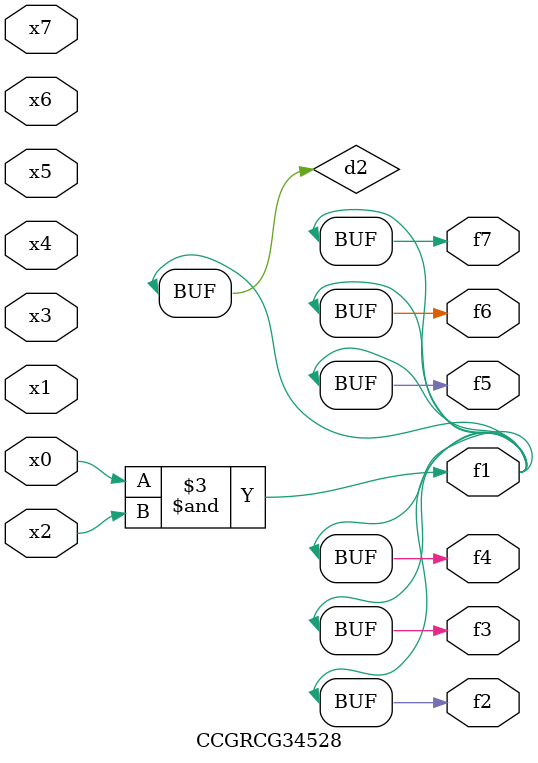
<source format=v>
module CCGRCG34528(
	input x0, x1, x2, x3, x4, x5, x6, x7,
	output f1, f2, f3, f4, f5, f6, f7
);

	wire d1, d2;

	nor (d1, x3, x6);
	and (d2, x0, x2);
	assign f1 = d2;
	assign f2 = d2;
	assign f3 = d2;
	assign f4 = d2;
	assign f5 = d2;
	assign f6 = d2;
	assign f7 = d2;
endmodule

</source>
